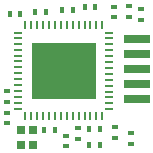
<source format=gbp>
%TF.GenerationSoftware,KiCad,Pcbnew,4.0.6+dfsg1-1*%
%TF.CreationDate,2017-09-08T13:55:37+02:00*%
%TF.ProjectId,fx2grok-tiny,66783267726F6B2D74696E792E6B6963,rev?*%
%TF.FileFunction,Paste,Bot*%
%FSLAX46Y46*%
G04 Gerber Fmt 4.6, Leading zero omitted, Abs format (unit mm)*
G04 Created by KiCad (PCBNEW 4.0.6+dfsg1-1) date Fri Sep  8 13:55:37 2017*
%MOMM*%
%LPD*%
G01*
G04 APERTURE LIST*
%ADD10C,0.150000*%
%ADD11R,0.599440X0.398780*%
%ADD12R,5.499100X4.800600*%
%ADD13R,0.690880X0.279400*%
%ADD14R,0.279400X0.690880*%
%ADD15R,0.398780X0.599440*%
%ADD16R,0.650240X0.749300*%
%ADD17R,2.200300X0.759460*%
G04 APERTURE END LIST*
D10*
D11*
X78601160Y-38399620D03*
X78601160Y-39298780D03*
X77343000Y-39311580D03*
X77343000Y-38412420D03*
D12*
X73101200Y-43865800D03*
D13*
X76946760Y-40612060D03*
X76946760Y-41112440D03*
X76946760Y-41612820D03*
X76946760Y-42113200D03*
X76946760Y-42611040D03*
X76946760Y-43111420D03*
X76946760Y-43611800D03*
X76946760Y-44112180D03*
X76946760Y-44612560D03*
X76946760Y-45112940D03*
X76946760Y-45613320D03*
X76946760Y-46113700D03*
X76946760Y-46611540D03*
X76946760Y-47111920D03*
D14*
X76347320Y-40012620D03*
X75846940Y-40012620D03*
X75346560Y-40012620D03*
X74846180Y-40012620D03*
X74345800Y-40012620D03*
X73845420Y-40012620D03*
X73345040Y-40012620D03*
X72847200Y-40012620D03*
X72346820Y-40012620D03*
X71846440Y-40012620D03*
X71346060Y-40012620D03*
X70845680Y-40012620D03*
X70345300Y-40012620D03*
X69847460Y-40012620D03*
D13*
X69245480Y-40612060D03*
X69245480Y-41064180D03*
X69245480Y-41562020D03*
X69245480Y-42062400D03*
X69245480Y-42562780D03*
X69245480Y-43063160D03*
X69245480Y-43563540D03*
X69245480Y-44063920D03*
X69245480Y-44564300D03*
X69245480Y-45062140D03*
X69245480Y-45562520D03*
X69245480Y-46062900D03*
X69245480Y-46563280D03*
X69245480Y-47063660D03*
D14*
X69844920Y-47663100D03*
X70345300Y-47663100D03*
X70845680Y-47663100D03*
X71346060Y-47663100D03*
X71846440Y-47663100D03*
X72346820Y-47663100D03*
X72847200Y-47663100D03*
X73345040Y-47663100D03*
X73845420Y-47663100D03*
X74345800Y-47663100D03*
X74846180Y-47663100D03*
X75346560Y-47663100D03*
X75846940Y-47663100D03*
X76347320Y-47663100D03*
D11*
X79639160Y-38615620D03*
X79639160Y-39514780D03*
D15*
X74861420Y-38481000D03*
X75760580Y-38481000D03*
X71569580Y-38862000D03*
X70670420Y-38862000D03*
X75242420Y-50165000D03*
X76141580Y-50165000D03*
X75242420Y-48768000D03*
X76141580Y-48768000D03*
D11*
X68300600Y-46499780D03*
X68300600Y-45600620D03*
X74295000Y-49598580D03*
X74295000Y-48699420D03*
X77406500Y-49535080D03*
X77406500Y-48635920D03*
D15*
X71432420Y-48895000D03*
X72331580Y-48895000D03*
D11*
X68300600Y-48300640D03*
X68300600Y-47401480D03*
D15*
X69420740Y-39065200D03*
X68521580Y-39065200D03*
D11*
X73279000Y-50233580D03*
X73279000Y-49334420D03*
X78740000Y-49143920D03*
X78740000Y-50043080D03*
D15*
X72956420Y-38735000D03*
X73855580Y-38735000D03*
D16*
X69476620Y-50129440D03*
X69476620Y-48831500D03*
X70477380Y-48831500D03*
X70477380Y-50129440D03*
D17*
X79281020Y-41127680D03*
X79281020Y-42402760D03*
X79281020Y-43677840D03*
X79281020Y-44952920D03*
X79281020Y-46228000D03*
M02*

</source>
